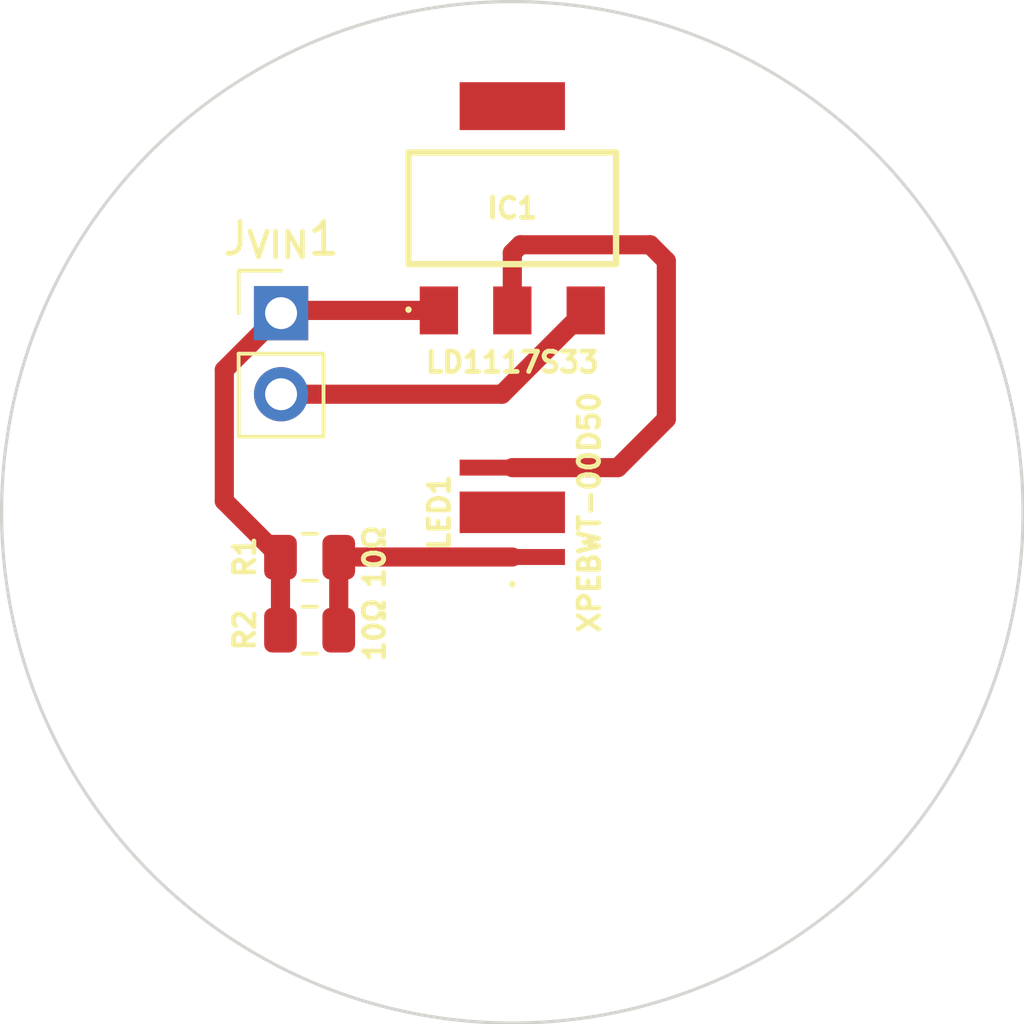
<source format=kicad_pcb>
(kicad_pcb (version 20221018) (generator pcbnew)
  (title_block (title "Lamp LED") (date "2024-02-13") (rev "V0"))
  (layers (0 "F.Cu" signal) (31 "B.Cu" signal) (36 "B.SilkS" user "B.Silkscreen") (37 "F.SilkS" user "F.Silkscreen") (38 "B.Mask" user) (39 "F.Mask" user) (44 "Edge.Cuts" user))
  (net 0 "")
  (net 2 "Net-(IC1-GND)")
  (net 3 "Net-(LED1-K)")
  (net 5 "Net-(IC1-3.3VOut)")
  (net 6 "Net-(IC1-15VIn)")
  (footprint "SamacSys_Parts:LD1117S33C" (layer "F.Cu") (at 0 -9.525)
    (fp_text reference "IC1" (at 0 0) (layer "F.SilkS") (effects (font (size 0.635 0.635))))
    (fp_text value "LD1117S33C" hide)
    (fp_text user "${Silkscreen}" (at 0 4.826) (layer "F.SilkS") (effects (font (size 0.635 0.635))))
    (fp_line (start -3.252 3.125) (end -3.252 3.125) (stroke (width 0.1)) (layer "F.SilkS"))
    (fp_line (start -3.252 3.225) (end -3.252 3.225) (stroke (width 0.1)) (layer "F.SilkS"))
    (fp_line (start -3.25 -1.75) (end 3.25 -1.75) (stroke (width 0.2)) (layer "F.SilkS"))
    (fp_line (start -3.25 1.75) (end -3.25 -1.75) (stroke (width 0.2)) (layer "F.SilkS"))
    (fp_line (start 3.25 -1.75) (end 3.25 1.75) (stroke (width 0.2)) (layer "F.SilkS"))
    (fp_line (start 3.25 1.75) (end -3.25 1.75) (stroke (width 0.2)) (layer "F.SilkS"))
    (fp_arc (start -3.252 3.125) (mid -3.202 3.175) (end -3.252 3.225) (stroke (width 0.1)) (layer "F.SilkS"))
    (fp_arc (start -3.252 3.225) (mid -3.302 3.175) (end -3.252 3.125) (stroke (width 0.1)) (layer "F.SilkS"))
    (pad "1" smd rect (at -2.3 3.2) (size 1.2 1.5) (layers "F.Cu" "F.Paste" "F.Mask") (net 2 "Net-(IC1-GND)"))
    (pad "2" smd rect (at 0 3.2) (size 1.2 1.5) (layers "F.Cu" "F.Paste" "F.Mask") (net 5 "Net-(IC1-3.3VOut)"))
    (pad "3" smd rect (at 2.3 3.2) (size 1.2 1.5) (layers "F.Cu" "F.Paste" "F.Mask") (net 6 "Net-(IC1-15VIn)"))
    (pad "4" smd rect (at 0 -3.2 90) (size 1.5 3.3) (layers "F.Cu" "F.Paste" "F.Mask"))
  )
  (footprint "Connector_PinHeader_2.54mm:PinHeader_1x02_P2.54mm_Vertical" (layer "F.Cu") (at -7.244523 -6.239424)
    (fp_text reference "J_{VIN}1" (at 0 -2.33) (layer "F.SilkS"))
    (fp_text value "Conn_01x02_Pin" hide)
    (fp_line (start -1.33 -1.33) (end 0 -1.33) (stroke (width 0.12)) (layer "F.SilkS"))
    (fp_line (start -1.33 0) (end -1.33 -1.33) (stroke (width 0.12)) (layer "F.SilkS"))
    (fp_line (start -1.33 1.27) (end -1.33 3.87) (stroke (width 0.12)) (layer "F.SilkS"))
    (fp_line (start -1.33 1.27) (end 1.33 1.27) (stroke (width 0.12)) (layer "F.SilkS"))
    (fp_line (start -1.33 3.87) (end 1.33 3.87) (stroke (width 0.12)) (layer "F.SilkS"))
    (fp_line (start 1.33 1.27) (end 1.33 3.87) (stroke (width 0.12)) (layer "F.SilkS"))
    (pad "1" thru_hole rect (at 0 0) (size 1.7 1.7) (drill 1) (layers "*.Cu" "*.Mask") (net 2 "Net-(IC1-GND)"))
    (pad "2" thru_hole oval (at 0 2.54) (size 1.7 1.7) (drill 1) (layers "*.Cu" "*.Mask") (net 6 "Net-(IC1-15VIn)"))
  )
  (footprint "SamacSys_Parts:R_0805" (layer "F.Cu") (at -6.35 1.397 90)
    (fp_text reference "R1" (at 0 -2.032 90) (layer "F.SilkS") (effects (font (size 0.635 0.635))))
    (fp_text value "10Ω" (at 0 2.032 90) (layer "F.SilkS") (effects (font (size 0.635 0.635))))
    (fp_line (start -0.745 0.227064) (end -0.745 -0.227064) (stroke (width 0.12)) (layer "F.SilkS"))
    (fp_line (start 0.725 0.227064) (end 0.725 -0.227064) (stroke (width 0.12)) (layer "F.SilkS"))
    (pad "1" smd roundrect (at -0.01 0.9125 180) (size 1.025 1.4) (layers "F.Cu" "F.Paste" "F.Mask") (roundrect_rratio 0.243902439) (net 3 "Net-(LED1-K)"))
    (pad "2" smd roundrect (at -0.01 -0.9125 180) (size 1.025 1.4) (layers "F.Cu" "F.Paste" "F.Mask") (roundrect_rratio 0.243902439) (net 2 "Net-(IC1-GND)"))
  )
  (footprint "SamacSys_Parts:XPEBWTL1000000D50" (layer "F.Cu") (at 0 0 90)
    (fp_text reference "LED1" (at 0 -2.286 90) (layer "F.SilkS") (effects (font (size 0.635 0.635))))
    (fp_text value "XPEBWT-L1-0000-00D50" hide)
    (fp_text user "${Silkscreen}" (at 0 2.413 90) (layer "F.SilkS") (effects (font (size 0.635 0.635))))
    (fp_line (start -2.3 0) (end -2.3 0) (stroke (width 0.1)) (layer "F.SilkS"))
    (fp_line (start -2.2 0) (end -2.2 0) (stroke (width 0.1)) (layer "F.SilkS"))
    (fp_arc (start -2.3 0) (mid -2.25 -0.05) (end -2.2 0) (stroke (width 0.1)) (layer "F.SilkS"))
    (fp_arc (start -2.2 0) (mid -2.25 0.05) (end -2.3 0) (stroke (width 0.1)) (layer "F.SilkS"))
    (pad "1" smd rect (at -1.4 0 90) (size 0.5 3.3) (layers "F.Cu" "F.Paste" "F.Mask") (net 3 "Net-(LED1-K)"))
    (pad "2" smd rect (at 1.4 0 90) (size 0.5 3.3) (layers "F.Cu" "F.Paste" "F.Mask") (net 5 "Net-(IC1-3.3VOut)"))
    (pad "3" smd rect (at 0 0 90) (size 1.3 3.3) (layers "F.Cu" "F.Paste" "F.Mask"))
  )
  (footprint "SamacSys_Parts:R_0805" (layer "F.Cu") (at -6.35 3.683 90)
    (fp_text reference "R2" (at 0 -2.032 90) (layer "F.SilkS") (effects (font (size 0.635 0.635))))
    (fp_text value "10Ω" (at 0 2.032 90) (layer "F.SilkS") (effects (font (size 0.635 0.635))))
    (fp_line (start -0.745 0.227064) (end -0.745 -0.227064) (stroke (width 0.12)) (layer "F.SilkS"))
    (fp_line (start 0.725 0.227064) (end 0.725 -0.227064) (stroke (width 0.12)) (layer "F.SilkS"))
    (pad "1" smd roundrect (at -0.01 0.9125 180) (size 1.025 1.4) (layers "F.Cu" "F.Paste" "F.Mask") (roundrect_rratio 0.243902439) (net 3 "Net-(LED1-K)"))
    (pad "2" smd roundrect (at -0.01 -0.9125 180) (size 1.025 1.4) (layers "F.Cu" "F.Paste" "F.Mask") (roundrect_rratio 0.243902439) (net 2 "Net-(IC1-GND)"))
  )
  (gr_circle (center 0 0) (end 16 0) (stroke (width 0.1)) (fill none) (layer "Edge.Cuts"))
  (segment (start -9.022523 -4.461424) (end -7.244523 -6.239424) (width 0.6) (layer "F.Cu") (net 2))
  (segment (start -7.2625 3.693) (end -7.2625 1.407) (width 0.6) (layer "F.Cu") (net 2))
  (segment (start -7.2625 1.407) (end -9.022523 -0.353023) (width 0.6) (layer "F.Cu") (net 2))
  (segment (start -9.022523 -0.353023) (end -9.022523 -4.461424) (width 0.6) (layer "F.Cu") (net 2))
  (segment (start -2.3 -6.325) (end -7.158947 -6.325) (width 0.6) (layer "F.Cu") (net 2))
  (segment (start 0 1.4) (end -5.4305 1.4) (width 0.6) (layer "F.Cu") (net 3))
  (segment (start -5.4375 1.407) (end -5.4375 3.693) (width 0.6) (layer "F.Cu") (net 3))
  (segment (start 0.254 -8.382) (end 4.318 -8.382) (width 0.6) (layer "F.Cu") (net 5))
  (segment (start 0 -8.128) (end 0.254 -8.382) (width 0.6) (layer "F.Cu") (net 5))
  (segment (start 4.826 -2.921) (end 3.305 -1.4) (width 0.6) (layer "F.Cu") (net 5))
  (segment (start 4.826 -7.874) (end 4.826 -2.921) (width 0.6) (layer "F.Cu") (net 5))
  (segment (start 3.305 -1.4) (end 0 -1.4) (width 0.6) (layer "F.Cu") (net 5))
  (segment (start 0 -6.325) (end 0 -8.128) (width 0.6) (layer "F.Cu") (net 5))
  (segment (start 4.318 -8.382) (end 4.826 -7.874) (width 0.6) (layer "F.Cu") (net 5))
  (segment (start -0.325576 -3.699424) (end 2.3 -6.325) (width 0.6) (layer "F.Cu") (net 6))
  (segment (start -7.244523 -3.699424) (end -0.325576 -3.699424) (width 0.6) (layer "F.Cu") (net 6))
)
</source>
